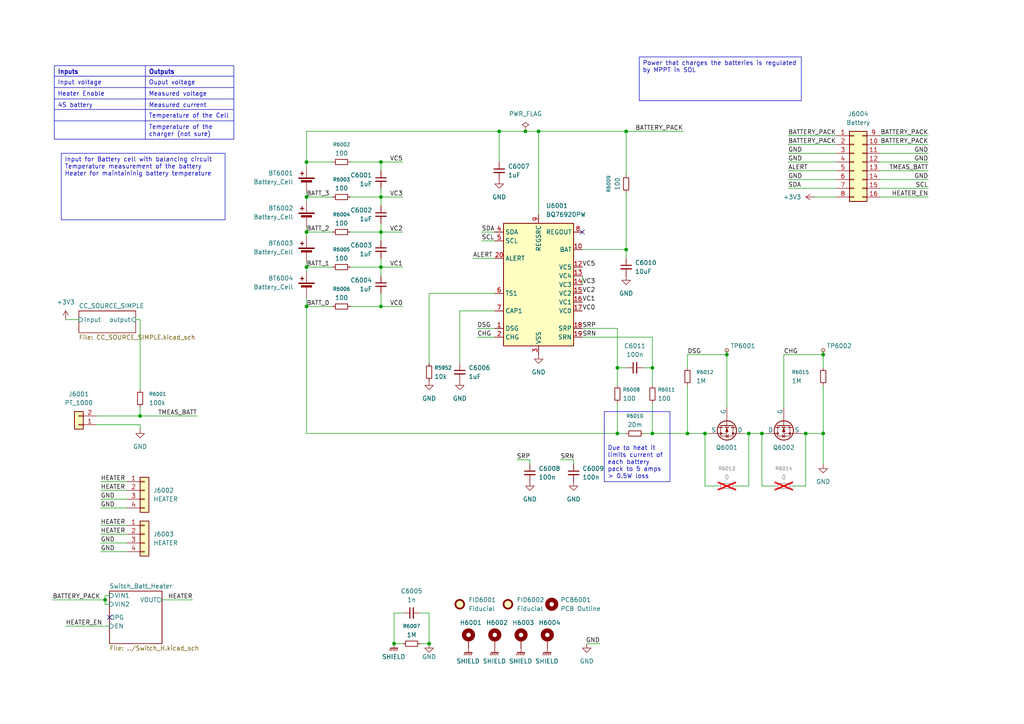
<source format=kicad_sch>
(kicad_sch (version 20250114) (generator "eeschema") (generator_version "9.0")
  (paper "A4")
  (lib_symbols
    (symbol "Battery_Management:BQ76920PW"
      (property "Reference" "U" (at -10.16 19.05 0))
      (property "Value" "BQ76920PW" (at 12.7 19.05 0))
      (symbol "BQ76920PW_0_1"
        (rectangle (start -10.16 17.78) (end 10.16 -17.78) (stroke (width 0.254)) (fill (type background)))
      )
      (symbol "BQ76920PW_1_0"
        (pin bidirectional line (at -12.7 7.62 0) (length 2.54) (name "ALERT") (number "20"))
        (pin passive line (at -12.7 -2.54 0) (length 2.54) (name "TS1") (number "6"))
        (pin passive line (at -12.7 -7.62 0) (length 2.54) (name "CAP1") (number "7"))
        (pin no_connect line (at -2.54 -17.78 90) (length 2.54) (hide yes) (name "NC") (number "11"))
        (pin power_in line (at 0 20.32 270) (length 2.54) (name "REGSRC") (number "9"))
        (pin power_out line (at 12.7 15.24 180) (length 2.54) (name "REGOUT") (number "8"))
        (pin input line (at 12.7 10.16 180) (length 2.54) (name "BAT") (number "10"))
        (pin input line (at 12.7 5.08 180) (length 2.54) (name "VC5") (number "12"))
        (pin input line (at 12.7 2.54 180) (length 2.54) (name "VC4") (number "13"))
        (pin input line (at 12.7 0 180) (length 2.54) (name "VC3") (number "14"))
        (pin input line (at 12.7 -2.54 180) (length 2.54) (name "VC2") (number "15"))
        (pin input line (at 12.7 -5.08 180) (length 2.54) (name "VC1") (number "16"))
        (pin input line (at 12.7 -7.62 180) (length 2.54) (name "VC0") (number "17"))
        (pin input line (at 12.7 -12.7 180) (length 2.54) (name "SRP") (number "18"))
        (pin input line (at 12.7 -15.24 180) (length 2.54) (name "SRN") (number "19"))
      )
      (symbol "BQ76920PW_1_1"
        (pin bidirectional line (at -12.7 15.24 0) (length 2.54) (name "SDA") (number "4"))
        (pin input line (at -12.7 12.7 0) (length 2.54) (name "SCL") (number "5"))
        (pin output line (at -12.7 -12.7 0) (length 2.54) (name "DSG") (number "1"))
        (pin output line (at -12.7 -15.24 0) (length 2.54) (name "CHG") (number "2"))
        (pin power_in line (at 0 -20.32 90) (length 2.54) (name "VSS") (number "3"))
      )
    )
    (symbol "Connector:TestPoint_Small" (pin_numbers (hide yes)) (pin_names (offset 0.762) (hide yes))
      (property "Reference" "TP" (at 0 3.81 0))
      (property "Value" "TestPoint_Small" (at 0 2.032 0))
      (symbol "TestPoint_Small_0_1"
        (circle (center 0 0) (radius 0.508))
      )
      (symbol "TestPoint_Small_1_1"
        (pin passive line (at 0 0 90) (length 0) (name "1") (number "1"))
      )
    )
    (symbol "Connector_Generic:Conn_01x02" (pin_names (offset 1.016) (hide yes))
      (property "Reference" "J" (at 0 2.54 0))
      (property "Value" "Conn_01x02" (at 0 -5.08 0))
      (symbol "Conn_01x02_1_1"
        (rectangle (start -1.27 1.27) (end 1.27 -3.81) (stroke (width 0.254)) (fill (type background)))
        (rectangle (start -1.27 0.127) (end 0 -0.127) (stroke (width 0.1524)))
        (rectangle (start -1.27 -2.413) (end 0 -2.667) (stroke (width 0.1524)))
        (pin passive line (at -5.08 0 0) (length 3.81) (name "Pin_1") (number "1"))
        (pin passive line (at -5.08 -2.54 0) (length 3.81) (name "Pin_2") (number "2"))
      )
    )
    (symbol "Connector_Generic:Conn_01x04" (pin_names (offset 1.016) (hide yes))
      (property "Reference" "J" (at 0 5.08 0))
      (property "Value" "Conn_01x04" (at 0 -7.62 0))
      (symbol "Conn_01x04_1_1"
        (rectangle (start -1.27 3.81) (end 1.27 -6.35) (stroke (width 0.254)) (fill (type background)))
        (rectangle (start -1.27 2.667) (end 0 2.413) (stroke (width 0.1524)))
        (rectangle (start -1.27 0.127) (end 0 -0.127) (stroke (width 0.1524)))
        (rectangle (start -1.27 -2.413) (end 0 -2.667) (stroke (width 0.1524)))
        (rectangle (start -1.27 -4.953) (end 0 -5.207) (stroke (width 0.1524)))
        (pin passive line (at -5.08 2.54 0) (length 3.81) (name "Pin_1") (number "1"))
        (pin passive line (at -5.08 0 0) (length 3.81) (name "Pin_2") (number "2"))
        (pin passive line (at -5.08 -2.54 0) (length 3.81) (name "Pin_3") (number "3"))
        (pin passive line (at -5.08 -5.08 0) (length 3.81) (name "Pin_4") (number "4"))
      )
    )
    (symbol "Connector_Generic:Conn_02x08_Top_Bottom" (pin_names (offset 1.016) (hide yes))
      (property "Reference" "J" (at 1.27 10.16 0))
      (property "Value" "Conn_02x08_Top_Bottom" (at 1.27 -12.7 0))
      (symbol "Conn_02x08_Top_Bottom_1_1"
        (rectangle (start -1.27 8.89) (end 3.81 -11.43) (stroke (width 0.254)) (fill (type background)))
        (rectangle (start -1.27 7.747) (end 0 7.493) (stroke (width 0.1524)))
        (rectangle (start -1.27 5.207) (end 0 4.953) (stroke (width 0.1524)))
        (rectangle (start -1.27 2.667) (end 0 2.413) (stroke (width 0.1524)))
        (rectangle (start -1.27 0.127) (end 0 -0.127) (stroke (width 0.1524)))
        (rectangle (start -1.27 -2.413) (end 0 -2.667) (stroke (width 0.1524)))
        (rectangle (start -1.27 -4.953) (end 0 -5.207) (stroke (width 0.1524)))
        (rectangle (start -1.27 -7.493) (end 0 -7.747) (stroke (width 0.1524)))
        (rectangle (start -1.27 -10.033) (end 0 -10.287) (stroke (width 0.1524)))
        (rectangle (start 3.81 7.747) (end 2.54 7.493) (stroke (width 0.1524)))
        (rectangle (start 3.81 5.207) (end 2.54 4.953) (stroke (width 0.1524)))
        (rectangle (start 3.81 2.667) (end 2.54 2.413) (stroke (width 0.1524)))
        (rectangle (start 3.81 0.127) (end 2.54 -0.127) (stroke (width 0.1524)))
        (rectangle (start 3.81 -2.413) (end 2.54 -2.667) (stroke (width 0.1524)))
        (rectangle (start 3.81 -4.953) (end 2.54 -5.207) (stroke (width 0.1524)))
        (rectangle (start 3.81 -7.493) (end 2.54 -7.747) (stroke (width 0.1524)))
        (rectangle (start 3.81 -10.033) (end 2.54 -10.287) (stroke (width 0.1524)))
        (pin passive line (at -5.08 7.62 0) (length 3.81) (name "Pin_1") (number "1"))
        (pin passive line (at -5.08 5.08 0) (length 3.81) (name "Pin_2") (number "2"))
        (pin passive line (at -5.08 2.54 0) (length 3.81) (name "Pin_3") (number "3"))
        (pin passive line (at -5.08 0 0) (length 3.81) (name "Pin_4") (number "4"))
        (pin passive line (at -5.08 -2.54 0) (length 3.81) (name "Pin_5") (number "5"))
        (pin passive line (at -5.08 -5.08 0) (length 3.81) (name "Pin_6") (number "6"))
        (pin passive line (at -5.08 -7.62 0) (length 3.81) (name "Pin_7") (number "7"))
        (pin passive line (at -5.08 -10.16 0) (length 3.81) (name "Pin_8") (number "8"))
        (pin passive line (at 7.62 7.62 180) (length 3.81) (name "Pin_9") (number "9"))
        (pin passive line (at 7.62 5.08 180) (length 3.81) (name "Pin_10") (number "10"))
        (pin passive line (at 7.62 2.54 180) (length 3.81) (name "Pin_11") (number "11"))
        (pin passive line (at 7.62 0 180) (length 3.81) (name "Pin_12") (number "12"))
        (pin passive line (at 7.62 -2.54 180) (length 3.81) (name "Pin_13") (number "13"))
        (pin passive line (at 7.62 -5.08 180) (length 3.81) (name "Pin_14") (number "14"))
        (pin passive line (at 7.62 -7.62 180) (length 3.81) (name "Pin_15") (number "15"))
        (pin passive line (at 7.62 -10.16 180) (length 3.81) (name "Pin_16") (number "16"))
      )
    )
    (symbol "Device:Battery_Cell" (pin_numbers (hide yes)) (pin_names (offset 0) (hide yes))
      (property "Reference" "BT" (at 2.54 2.54 0))
      (property "Value" "Battery_Cell" (at 2.54 0 0))
      (symbol "Battery_Cell_0_1"
        (rectangle (start -2.286 1.778) (end 2.286 1.524) (fill (type outline)))
        (rectangle (start -1.524 1.016) (end 1.524 0.508) (fill (type outline)))
        (polyline (pts (xy 0 1.778) (xy 0 2.54)))
        (polyline (pts (xy 0 0.762) (xy 0 0)))
        (polyline (pts (xy 0.762 3.048) (xy 1.778 3.048)) (stroke (width 0.254)))
        (polyline (pts (xy 1.27 3.556) (xy 1.27 2.54)) (stroke (width 0.254)))
      )
      (symbol "Battery_Cell_1_1"
        (pin passive line (at 0 5.08 270) (length 2.54) (name "+") (number "1"))
        (pin passive line (at 0 -2.54 90) (length 2.54) (name "-") (number "2"))
      )
    )
    (symbol "Device:C_Small" (pin_numbers (hide yes)) (pin_names (offset 0.254) (hide yes))
      (property "Reference" "C" (at 0.254 1.778 0))
      (property "Value" "C_Small" (at 0.254 -2.032 0))
      (symbol "C_Small_0_1"
        (polyline (pts (xy -1.524 0.508) (xy 1.524 0.508)) (stroke (width 0.3048)))
        (polyline (pts (xy -1.524 -0.508) (xy 1.524 -0.508)) (stroke (width 0.3302)))
      )
      (symbol "C_Small_1_1"
        (pin passive line (at 0 2.54 270) (length 2.032) (name "~") (number "1"))
        (pin passive line (at 0 -2.54 90) (length 2.032) (name "~") (number "2"))
      )
    )
    (symbol "Device:R_Small" (pin_numbers (hide yes)) (pin_names (offset 0.254) (hide yes))
      (property "Reference" "R" (at 0 0 90))
      (property "Value" "R_Small" (at 1.778 0 90))
      (symbol "R_Small_0_1"
        (rectangle (start -0.762 1.778) (end 0.762 -1.778) (stroke (width 0.2032)))
      )
      (symbol "R_Small_1_1"
        (pin passive line (at 0 2.54 270) (length 0.762) (name "~") (number "1"))
        (pin passive line (at 0 -2.54 90) (length 0.762) (name "~") (number "2"))
      )
    )
    (symbol "Mechanical:Fiducial" (in_bom no)
      (property "Reference" "FID" (at 0 5.08 0))
      (property "Value" "Fiducial" (at 0 3.175 0))
      (symbol "Fiducial_0_1"
        (circle (center 0 0) (radius 1.27) (stroke (width 0.508)) (fill (type background)))
      )
    )
    (symbol "Mechanical:MountingHole" (pin_names (offset 1.016)) (in_bom no)
      (property "Reference" "H" (at 0 5.08 0))
      (property "Value" "MountingHole" (at 0 3.175 0))
      (symbol "MountingHole_0_1"
        (circle (center 0 0) (radius 1.27) (stroke (width 1.27)))
      )
    )
    (symbol "Mechanical:MountingHole_Pad" (pin_numbers (hide yes)) (pin_names (offset 1.016) (hide yes)) (in_bom no)
      (property "Reference" "H" (at 0 6.35 0))
      (property "Value" "MountingHole_Pad" (at 0 4.445 0))
      (symbol "MountingHole_Pad_0_1"
        (circle (center 0 1.27) (radius 1.27) (stroke (width 1.27)))
      )
      (symbol "MountingHole_Pad_1_1"
        (pin input line (at 0 -2.54 90) (length 2.54) (name "1") (number "1"))
      )
    )
    (symbol "Simulation_SPICE:NMOS" (pin_numbers (hide yes)) (pin_names (offset 0))
      (property "Reference" "Q" (at 5.08 1.27 0))
      (property "Value" "NMOS" (at 5.08 -1.27 0))
      (symbol "NMOS_0_1"
        (polyline (pts (xy 0.254 1.905) (xy 0.254 -1.905)) (stroke (width 0.254)))
        (polyline (pts (xy 0.254 0) (xy -2.54 0)))
        (polyline (pts (xy 0.762 2.286) (xy 0.762 1.27)) (stroke (width 0.254)))
        (polyline (pts (xy 0.762 0.508) (xy 0.762 -0.508)) (stroke (width 0.254)))
        (polyline (pts (xy 0.762 -1.27) (xy 0.762 -2.286)) (stroke (width 0.254)))
        (polyline (pts (xy 0.762 -1.778) (xy 3.302 -1.778) (xy 3.302 1.778) (xy 0.762 1.778)))
        (polyline (pts (xy 1.016 0) (xy 2.032 0.381) (xy 2.032 -0.381) (xy 1.016 0)) (fill (type outline)))
        (circle (center 1.651 0) (radius 2.794) (stroke (width 0.254)))
        (polyline (pts (xy 2.54 2.54) (xy 2.54 1.778)))
        (circle (center 2.54 1.778) (radius 0.254) (fill (type outline)))
        (circle (center 2.54 -1.778) (radius 0.254) (fill (type outline)))
        (polyline (pts (xy 2.54 -2.54) (xy 2.54 0) (xy 0.762 0)))
        (polyline (pts (xy 2.794 0.508) (xy 2.921 0.381) (xy 3.683 0.381) (xy 3.81 0.254)))
        (polyline (pts (xy 3.302 0.381) (xy 2.921 -0.254) (xy 3.683 -0.254) (xy 3.302 0.381)))
      )
      (symbol "NMOS_1_1"
        (pin input line (at -5.08 0 0) (length 2.54) (name "G") (number "2"))
        (pin passive line (at 2.54 5.08 270) (length 2.54) (name "D") (number "1"))
        (pin passive line (at 2.54 -5.08 90) (length 2.54) (name "S") (number "3"))
      )
    )
    (symbol "power:+3V3" (power) (pin_numbers (hide yes)) (pin_names (offset 0) (hide yes))
      (property "Value" "+3V3" (at 0 3.556 0))
      (symbol "+3V3_0_1"
        (polyline (pts (xy -0.762 1.27) (xy 0 2.54)))
        (polyline (pts (xy 0 2.54) (xy 0.762 1.27)))
        (polyline (pts (xy 0 0) (xy 0 2.54)))
      )
      (symbol "+3V3_1_1"
        (pin power_in line (at 0 0 90) (length 0) (name "~") (number "1"))
      )
    )
    (symbol "power:GND" (power) (pin_numbers (hide yes)) (pin_names (offset 0) (hide yes))
      (property "Value" "GND" (at 0 -3.81 0))
      (symbol "GND_0_1"
        (polyline (pts (xy 0 0) (xy 0 -1.27) (xy 1.27 -1.27) (xy 0 -2.54) (xy -1.27 -1.27) (xy 0 -1.27)))
      )
      (symbol "GND_1_1"
        (pin power_in line (at 0 0 270) (length 0) (name "~") (number "1"))
      )
    )
    (symbol "power:GNDPWR" (power) (pin_numbers (hide yes)) (pin_names (offset 0) (hide yes))
      (property "Value" "GNDPWR" (at 0 -3.302 0))
      (symbol "GNDPWR_0_1"
        (polyline (pts (xy -1.016 -1.27) (xy -1.27 -2.032) (xy -1.27 -2.032)) (stroke (width 0.2032)))
        (polyline (pts (xy -0.508 -1.27) (xy -0.762 -2.032) (xy -0.762 -2.032)) (stroke (width 0.2032)))
        (polyline (pts (xy 0 -1.27) (xy 0 0)))
        (polyline (pts (xy 0 -1.27) (xy -0.254 -2.032) (xy -0.254 -2.032)) (stroke (width 0.2032)))
        (polyline (pts (xy 0.508 -1.27) (xy 0.254 -2.032) (xy 0.254 -2.032)) (stroke (width 0.2032)))
        (polyline (pts (xy 1.016 -1.27) (xy -1.016 -1.27) (xy -1.016 -1.27)) (stroke (width 0.2032)))
        (polyline (pts (xy 1.016 -1.27) (xy 0.762 -2.032) (xy 0.762 -2.032) (xy 0.762 -2.032)) (stroke (width 0.2032)))
      )
      (symbol "GNDPWR_1_1"
        (pin power_in line (at 0 0 270) (length 0) (name "~") (number "1"))
      )
    )
    (symbol "power:PWR_FLAG" (power) (pin_numbers (hide yes)) (pin_names (offset 0) (hide yes))
      (property "Value" "PWR_FLAG" (at 0 3.81 0))
      (symbol "PWR_FLAG_0_0"
        (pin power_out line (at 0 0 90) (length 0) (name "~") (number "1"))
      )
      (symbol "PWR_FLAG_0_1"
        (polyline (pts (xy 0 0) (xy 0 1.27) (xy -1.016 1.905) (xy 0 2.54) (xy 1.016 1.905) (xy 0 1.27)))
      )
    )
  )
  (text_box "Power that charges the batteries is regulated by MPPT in SOL" (at 185.42 16.51 0) (size 46.99 12.7) (margins 0.9525 0.9525 0.9525 0.9525) (effects (font (size 1.27 1.27)) (justify left top)))
  (text_box "Due to heat it limits current of each battery pack to 5 amps > 0.5W loss" (at 175.26 119.38 0) (size 19.05 20.32) (margins 0.9525 0.9525 0.9525 0.9525) (effects (font (size 1.27 1.27)) (justify left bottom)))
  (text_box "Input for Battery cell with balancing circuit\nTemperature measurement of the battery\nHeater for maintaininig battery temperature" (at 17.78 44.45 0) (size 47.498 19.304) (margins 0.9525 0.9525 0.9525 0.9525) (effects (font (size 1.27 1.27)) (justify left top)))
  (junction (at 110.49 67.31))
  (junction (at 210.82 102.87))
  (junction (at 30.48 173.99))
  (junction (at 179.07 125.73))
  (junction (at 189.23 106.68))
  (junction (at 156.21 38.1))
  (junction (at 88.9 67.31))
  (junction (at 238.76 102.87))
  (junction (at 220.98 125.73))
  (junction (at 88.9 46.99))
  (junction (at 110.49 57.15))
  (junction (at 181.61 72.39))
  (junction (at 110.49 88.9))
  (junction (at 189.23 125.73))
  (junction (at 88.9 57.15))
  (junction (at 110.49 77.47))
  (junction (at 181.61 38.1))
  (junction (at 233.68 125.73))
  (junction (at 179.07 106.68))
  (junction (at 199.39 125.73))
  (junction (at 124.46 186.69))
  (junction (at 110.49 46.99))
  (junction (at 114.3 186.69))
  (junction (at 88.9 88.9))
  (junction (at 238.76 125.73))
  (junction (at 217.17 125.73))
  (junction (at 40.64 120.65))
  (junction (at 152.4 38.1))
  (junction (at 204.47 125.73))
  (junction (at 88.9 77.47))
  (junction (at 144.78 38.1))
  (no_connect (at 31.75 179.07))
  (no_connect (at 168.91 67.31))
  (wire (pts (xy 29.21 147.32) (xy 36.83 147.32)))
  (wire (pts (xy 179.07 116.84) (xy 179.07 125.73)))
  (wire (pts (xy 199.39 102.87) (xy 210.82 102.87)))
  (wire (pts (xy 228.6 44.45) (xy 242.57 44.45)))
  (wire (pts (xy 179.07 95.25) (xy 168.91 95.25)))
  (wire (pts (xy 88.9 88.9) (xy 96.52 88.9)))
  (wire (pts (xy 88.9 77.47) (xy 88.9 76.2)))
  (wire (pts (xy 186.69 125.73) (xy 189.23 125.73)))
  (wire (pts (xy 116.84 77.47) (xy 110.49 77.47)))
  (wire (pts (xy 181.61 38.1) (xy 198.12 38.1)))
  (wire (pts (xy 179.07 106.68) (xy 181.61 106.68)))
  (wire (pts (xy 168.91 82.55) (xy 168.91 80.01)))
  (wire (pts (xy 29.21 139.7) (xy 36.83 139.7)))
  (wire (pts (xy 96.52 57.15) (xy 88.9 57.15)))
  (wire (pts (xy 110.49 74.93) (xy 110.49 77.47)))
  (wire (pts (xy 101.6 46.99) (xy 110.49 46.99)))
  (wire (pts (xy 88.9 125.73) (xy 179.07 125.73)))
  (wire (pts (xy 181.61 50.8) (xy 181.61 38.1)))
  (wire (pts (xy 121.92 186.69) (xy 124.46 186.69)))
  (wire (pts (xy 199.39 111.76) (xy 199.39 125.73)))
  (wire (pts (xy 110.49 77.47) (xy 101.6 77.47)))
  (wire (pts (xy 110.49 77.47) (xy 110.49 80.01)))
  (wire (pts (xy 217.17 125.73) (xy 215.9 125.73)))
  (wire (pts (xy 124.46 85.09) (xy 143.51 85.09)))
  (wire (pts (xy 186.69 106.68) (xy 189.23 106.68)))
  (wire (pts (xy 88.9 68.58) (xy 88.9 67.31)))
  (wire (pts (xy 88.9 46.99) (xy 88.9 48.26)))
  (wire (pts (xy 189.23 97.79) (xy 189.23 106.68)))
  (wire (pts (xy 133.35 90.17) (xy 143.51 90.17)))
  (wire (pts (xy 217.17 125.73) (xy 217.17 140.97)))
  (wire (pts (xy 124.46 177.8) (xy 124.46 186.69)))
  (wire (pts (xy 220.98 125.73) (xy 220.98 140.97)))
  (wire (pts (xy 29.21 144.78) (xy 36.83 144.78)))
  (wire (pts (xy 88.9 55.88) (xy 88.9 57.15)))
  (wire (pts (xy 255.27 52.07) (xy 269.24 52.07)))
  (wire (pts (xy 116.84 186.69) (xy 114.3 186.69)))
  (wire (pts (xy 236.22 57.15) (xy 242.57 57.15)))
  (wire (pts (xy 153.67 133.35) (xy 153.67 134.62)))
  (wire (pts (xy 238.76 111.76) (xy 238.76 125.73)))
  (wire (pts (xy 228.6 49.53) (xy 242.57 49.53)))
  (wire (pts (xy 96.52 77.47) (xy 88.9 77.47)))
  (wire (pts (xy 199.39 102.87) (xy 199.39 106.68)))
  (wire (pts (xy 181.61 55.88) (xy 181.61 72.39)))
  (wire (pts (xy 269.24 49.53) (xy 255.27 49.53)))
  (wire (pts (xy 29.21 152.4) (xy 36.83 152.4)))
  (wire (pts (xy 228.6 39.37) (xy 242.57 39.37)))
  (wire (pts (xy 179.07 95.25) (xy 179.07 106.68)))
  (wire (pts (xy 96.52 67.31) (xy 88.9 67.31)))
  (wire (pts (xy 269.24 57.15) (xy 255.27 57.15)))
  (wire (pts (xy 29.21 157.48) (xy 36.83 157.48)))
  (wire (pts (xy 116.84 46.99) (xy 110.49 46.99)))
  (wire (pts (xy 228.6 52.07) (xy 242.57 52.07)))
  (wire (pts (xy 110.49 85.09) (xy 110.49 88.9)))
  (wire (pts (xy 210.82 101.6) (xy 210.82 102.87)))
  (wire (pts (xy 168.91 72.39) (xy 181.61 72.39)))
  (wire (pts (xy 137.16 74.93) (xy 143.51 74.93)))
  (wire (pts (xy 204.47 140.97) (xy 208.28 140.97)))
  (wire (pts (xy 228.6 46.99) (xy 242.57 46.99)))
  (wire (pts (xy 227.33 102.87) (xy 238.76 102.87)))
  (wire (pts (xy 220.98 125.73) (xy 222.25 125.73)))
  (wire (pts (xy 139.7 69.85) (xy 143.51 69.85)))
  (wire (pts (xy 238.76 134.62) (xy 238.76 125.73)))
  (wire (pts (xy 29.21 160.02) (xy 36.83 160.02)))
  (wire (pts (xy 227.33 102.87) (xy 227.33 118.11)))
  (wire (pts (xy 114.3 177.8) (xy 114.3 186.69)))
  (wire (pts (xy 156.21 38.1) (xy 156.21 62.23)))
  (wire (pts (xy 229.87 140.97) (xy 233.68 140.97)))
  (wire (pts (xy 27.94 123.19) (xy 40.64 123.19)))
  (wire (pts (xy 189.23 116.84) (xy 189.23 125.73)))
  (wire (pts (xy 213.36 140.97) (xy 217.17 140.97)))
  (wire (pts (xy 228.6 54.61) (xy 242.57 54.61)))
  (wire (pts (xy 88.9 88.9) (xy 88.9 125.73)))
  (wire (pts (xy 233.68 125.73) (xy 233.68 140.97)))
  (wire (pts (xy 30.48 172.72) (xy 30.48 173.99)))
  (wire (pts (xy 101.6 88.9) (xy 110.49 88.9)))
  (wire (pts (xy 238.76 102.87) (xy 238.76 106.68)))
  (wire (pts (xy 210.82 102.87) (xy 210.82 118.11)))
  (wire (pts (xy 116.84 177.8) (xy 114.3 177.8)))
  (wire (pts (xy 162.56 133.35) (xy 166.37 133.35)))
  (wire (pts (xy 88.9 78.74) (xy 88.9 77.47)))
  (wire (pts (xy 110.49 64.77) (xy 110.49 67.31)))
  (wire (pts (xy 40.64 120.65) (xy 40.64 118.11)))
  (wire (pts (xy 27.94 120.65) (xy 40.64 120.65)))
  (wire (pts (xy 88.9 57.15) (xy 88.9 58.42)))
  (wire (pts (xy 189.23 111.76) (xy 189.23 106.68)))
  (wire (pts (xy 40.64 92.71) (xy 40.64 113.03)))
  (wire (pts (xy 144.78 38.1) (xy 152.4 38.1)))
  (wire (pts (xy 166.37 133.35) (xy 166.37 134.62)))
  (wire (pts (xy 116.84 67.31) (xy 110.49 67.31)))
  (wire (pts (xy 199.39 125.73) (xy 204.47 125.73)))
  (wire (pts (xy 133.35 90.17) (xy 133.35 105.41)))
  (wire (pts (xy 217.17 125.73) (xy 220.98 125.73)))
  (wire (pts (xy 110.49 67.31) (xy 101.6 67.31)))
  (wire (pts (xy 152.4 38.1) (xy 156.21 38.1)))
  (wire (pts (xy 255.27 46.99) (xy 269.24 46.99)))
  (wire (pts (xy 15.24 173.99) (xy 30.48 173.99)))
  (wire (pts (xy 121.92 177.8) (xy 124.46 177.8)))
  (wire (pts (xy 179.07 125.73) (xy 181.61 125.73)))
  (wire (pts (xy 29.21 142.24) (xy 36.83 142.24)))
  (wire (pts (xy 116.84 88.9) (xy 110.49 88.9)))
  (wire (pts (xy 88.9 38.1) (xy 88.9 46.99)))
  (wire (pts (xy 139.7 67.31) (xy 143.51 67.31)))
  (wire (pts (xy 88.9 86.36) (xy 88.9 88.9)))
  (wire (pts (xy 39.37 92.71) (xy 40.64 92.71)))
  (wire (pts (xy 110.49 57.15) (xy 110.49 59.69)))
  (wire (pts (xy 220.98 140.97) (xy 224.79 140.97)))
  (wire (pts (xy 110.49 46.99) (xy 110.49 49.53)))
  (wire (pts (xy 88.9 38.1) (xy 144.78 38.1)))
  (wire (pts (xy 204.47 125.73) (xy 205.74 125.73)))
  (wire (pts (xy 116.84 57.15) (xy 110.49 57.15)))
  (wire (pts (xy 88.9 67.31) (xy 88.9 66.04)))
  (wire (pts (xy 40.64 120.65) (xy 57.15 120.65)))
  (wire (pts (xy 31.75 172.72) (xy 30.48 172.72)))
  (wire (pts (xy 144.78 38.1) (xy 144.78 46.99)))
  (wire (pts (xy 181.61 72.39) (xy 181.61 74.93)))
  (wire (pts (xy 19.05 92.71) (xy 22.86 92.71)))
  (wire (pts (xy 238.76 101.6) (xy 238.76 102.87)))
  (wire (pts (xy 30.48 173.99) (xy 30.48 175.26)))
  (wire (pts (xy 46.99 173.99) (xy 55.88 173.99)))
  (wire (pts (xy 204.47 125.73) (xy 204.47 140.97)))
  (wire (pts (xy 149.86 133.35) (xy 153.67 133.35)))
  (wire (pts (xy 156.21 38.1) (xy 181.61 38.1)))
  (wire (pts (xy 189.23 125.73) (xy 199.39 125.73)))
  (wire (pts (xy 124.46 85.09) (xy 124.46 105.41)))
  (wire (pts (xy 40.64 123.19) (xy 40.64 124.46)))
  (wire (pts (xy 228.6 41.91) (xy 242.57 41.91)))
  (wire (pts (xy 110.49 57.15) (xy 101.6 57.15)))
  (wire (pts (xy 88.9 46.99) (xy 96.52 46.99)))
  (wire (pts (xy 255.27 44.45) (xy 269.24 44.45)))
  (wire (pts (xy 232.41 125.73) (xy 233.68 125.73)))
  (wire (pts (xy 269.24 41.91) (xy 255.27 41.91)))
  (wire (pts (xy 138.43 95.25) (xy 143.51 95.25)))
  (wire (pts (xy 110.49 54.61) (xy 110.49 57.15)))
  (wire (pts (xy 189.23 97.79) (xy 168.91 97.79)))
  (wire (pts (xy 173.99 186.69) (xy 170.18 186.69)))
  (wire (pts (xy 110.49 67.31) (xy 110.49 69.85)))
  (wire (pts (xy 233.68 125.73) (xy 238.76 125.73)))
  (wire (pts (xy 19.05 181.61) (xy 31.75 181.61)))
  (wire (pts (xy 138.43 97.79) (xy 143.51 97.79)))
  (wire (pts (xy 269.24 39.37) (xy 255.27 39.37)))
  (wire (pts (xy 179.07 111.76) (xy 179.07 106.68)))
  (wire (pts (xy 29.21 154.94) (xy 36.83 154.94)))
  (wire (pts (xy 30.48 175.26) (xy 31.75 175.26)))
  (wire (pts (xy 269.24 54.61) (xy 255.27 54.61)))
  (table (column_count 2) (border (external yes) (header yes)) (separators (rows yes) (cols yes)) (column_widths 26.416 25.654) (row_heights 3.048 3.302 3.302 3.048 3.302 5.334) (cells (table_cell "Inputs" (at 15.748 19.05 0) (size 26.416 3.048) (margins 0.9525 0.9525 0.9525 0.9525) (span 1 1)) (table_cell "Outputs" (at 42.164 19.05 0) (size 25.654 3.048) (margins 0.9525 0.9525 0.9525 0.9525) (span 1 1)) (table_cell "Input voltage" (at 15.748 22.098 0) (size 26.416 3.302) (margins 0.9525 0.9525 0.9525 0.9525) (span 1 1)) (table_cell "Ouput voltage" (at 42.164 22.098 0) (size 25.654 3.302) (margins 0.9525 0.9525 0.9525 0.9525) (span 1 1)) (table_cell "Heater Enable" (at 15.748 25.4 0) (size 26.416 3.302) (margins 0.9525 0.9525 0.9525 0.9525) (span 1 1)) (table_cell "Measured voltage" (at 42.164 25.4 0) (size 25.654 3.302) (margins 0.9525 0.9525 0.9525 0.9525) (span 1 1)) (table_cell "4S battery" (at 15.748 28.702 0) (size 26.416 3.048) (margins 1 0.9525 1 0.9525) (span 1 1)) (table_cell "Measured current" (at 42.164 28.702 0) (size 25.654 3.048) (margins 0.9525 0.9525 0.9525 0.9525) (span 1 1)) (table_cell "" (at 15.748 31.75 0) (size 26.416 3.302) (margins 0.9525 0.9525 0.9525 0.9525) (span 1 1)) (table_cell "Temperature of the Cell" (at 42.164 31.75 0) (size 25.654 3.302) (margins 0.9525 0.9525 0.9525 0.9525) (span 1 1)) (table_cell "" (at 15.748 35.052 0) (size 26.416 5.334) (margins 0.9525 0.9525 0.9525 0.9525) (span 1 1)) (table_cell "Temperature of the charger (not sure)" (at 42.164 35.052 0) (size 25.654 5.334) (margins 0.9525 0.9525 0.9525 0.9525) (span 1 1))))
  (label "GND" (at 29.21 147.32 0))
  (label "SDA" (at 228.6 54.61 0) (property "Netclass" "I2C" (effects (hide yes))))
  (label "BATTERY_PACK" (at 198.12 38.1 180))
  (label "SCL" (at 269.24 54.61 180) (property "Netclass" "I2C" (effects (hide yes))))
  (label "VC1" (at 116.84 77.47 180))
  (label "GND" (at 228.6 44.45 0))
  (label "HEATER_EN" (at 269.24 57.15 180))
  (label "BATT_1" (at 88.9 77.47 0))
  (label "SCL" (at 139.7 69.85 0) (property "Netclass" "I2C" (effects (hide yes))))
  (label "SRN" (at 168.91 97.79 0))
  (label "HEATER" (at 29.21 154.94 0))
  (label "DSG" (at 199.39 102.87 0))
  (label "GND" (at 269.24 44.45 180))
  (label "VC3" (at 116.84 57.15 180))
  (label "GND" (at 228.6 52.07 0))
  (label "HEATER" (at 29.21 139.7 0))
  (label "BATTERY_PACK" (at 269.24 41.91 180))
  (label "VC0" (at 168.91 90.17 0))
  (label "CHG" (at 227.33 102.87 0))
  (label "VC5" (at 168.91 77.47 0))
  (label "GND" (at 29.21 144.78 0))
  (label "VC0" (at 116.84 88.9 180))
  (label "HEATER_EN" (at 19.05 181.61 0))
  (label "VC2" (at 116.84 67.31 180))
  (label "HEATER" (at 29.21 152.4 0))
  (label "VC2" (at 168.91 85.09 0))
  (label "ALERT" (at 228.6 49.53 0))
  (label "BATT_0" (at 88.9 88.9 0))
  (label "BATTERY_PACK" (at 228.6 39.37 0))
  (label "VC5" (at 116.84 46.99 180))
  (label "BATTERY_PACK" (at 15.24 173.99 0))
  (label "BATT_3" (at 88.9 57.15 0))
  (label "BATT_2" (at 88.9 67.31 0))
  (label "SRN" (at 162.56 133.35 0))
  (label "GND" (at 173.99 186.69 180))
  (label "HEATER" (at 29.21 142.24 0))
  (label "VC1" (at 168.91 87.63 0))
  (label "GND" (at 29.21 160.02 0))
  (label "DSG" (at 138.43 95.25 0))
  (label "TMEAS_BATT" (at 269.24 49.53 180))
  (label "BATTERY_PACK" (at 269.24 39.37 180))
  (label "SRP" (at 149.86 133.35 0))
  (label "TMEAS_BATT" (at 57.15 120.65 180))
  (label "GND" (at 269.24 52.07 180))
  (label "GND" (at 29.21 157.48 0))
  (label "GND" (at 269.24 46.99 180))
  (label "VC3" (at 168.91 82.55 0))
  (label "SRP" (at 168.91 95.25 0))
  (label "GND" (at 228.6 46.99 0))
  (label "BATTERY_PACK" (at 228.6 41.91 0))
  (label "HEATER" (at 55.88 173.99 180))
  (label "SDA" (at 139.7 67.31 0) (property "Netclass" "I2C" (effects (hide yes))))
  (label "CHG" (at 138.43 97.79 0))
  (label "ALERT" (at 137.16 74.93 0))
  (symbol (lib_id "Connector:TestPoint_Small") (at 238.76 101.6 0) (unit 1)
    (property "Reference" "TP6002" (at 239.776 100.3299 0) (effects (justify left)))
    (property "Footprint" "TestPoint:TestPoint_Pad_1.0x1.0mm" (effects (hide yes)))
  )
  (symbol (lib_id "Device:R_Small") (at 199.39 109.22 0) (unit 1)
    (property "Reference" "R6012" (at 201.93 107.9499 0) (effects (font (size 1.016 1.016)) (justify left)))
    (property "Value" "1M" (at 201.93 110.4899 0) (effects (justify left)))
    (property "Footprint" "Resistor_SMD:R_0603_1608Metric_Pad0.98x0.95mm_HandSolder" (effects (hide yes)))
    (property "Description" "Resistor, small symbol" (effects (hide yes)))
  )
  (symbol (lib_id "Mechanical:Fiducial") (at 147.32 175.26 0) (unit 1) (in_bom no)
    (property "Reference" "FID6002" (at 149.86 173.9899 0) (effects (justify left)))
    (property "Value" "Fiducial" (at 149.86 176.5299 0) (effects (justify left)))
    (property "Footprint" "Fiducial:Fiducial_1mm_Mask2mm" (effects (hide yes)))
    (property "Description" "Fiducial Marker" (effects (hide yes)))
  )
  (symbol (lib_id "Connector_Generic:Conn_01x04") (at 41.91 142.24 0) (unit 1)
    (property "Reference" "J6002" (at 44.45 142.2399 0) (effects (justify left)))
    (property "Value" "HEATER" (at 44.45 144.7799 0) (effects (justify left)))
    (property "Footprint" "Connector_Molex:Molex_CLIK-Mate_502494-0470_1x04-1MP_P2.00mm_Horizontal" (effects (hide yes)))
    (property "Description" "Generic connector, single row, 01x04, script generated (kicad-library-utils/schlib/autogen/connector/)" (effects (hide yes)))
  )
  (symbol (lib_id "Device:C_Small") (at 133.35 107.95 0) (unit 1)
    (property "Reference" "C6006" (at 135.89 106.6862 0) (effects (justify left)))
    (property "Value" "1uF" (at 135.89 109.2262 0) (effects (justify left)))
    (property "Footprint" "Capacitor_SMD:C_0603_1608Metric_Pad1.08x0.95mm_HandSolder" (effects (hide yes)))
    (property "Description" "Unpolarized capacitor, small symbol" (effects (hide yes)))
  )
  (symbol (lib_id "power:GND") (at 166.37 139.7 0) (unit 1)
    (property "Reference" "#PWR06013" (effects (hide yes)))
    (property "Value" "GND" (at 166.37 144.78 0))
    (property "Description" "Power symbol creates a global label with name \"GND\" , ground" (effects (hide yes)))
  )
  (symbol (lib_id "Device:R_Small") (at 189.23 114.3 0) (unit 1)
    (property "Reference" "R6011" (at 190.754 113.03 0) (effects (font (size 1.016 1.016)) (justify left)))
    (property "Value" "100" (at 190.754 115.57 0) (effects (justify left)))
    (property "Footprint" "Resistor_SMD:R_0603_1608Metric_Pad0.98x0.95mm_HandSolder" (effects (hide yes)))
    (property "Description" "Resistor, small symbol" (effects (hide yes)))
  )
  (symbol (lib_id "Device:R_Small") (at 99.06 77.47 90) (mirror x) (unit 1)
    (property "Reference" "R6005" (at 99.06 72.39 90) (effects (font (size 1.016 1.016))))
    (property "Value" "100" (at 99.06 74.93 90))
    (property "Footprint" "Resistor_SMD:R_0603_1608Metric_Pad0.98x0.95mm_HandSolder" (effects (hide yes)))
    (property "Description" "Resistor, small symbol" (effects (hide yes)))
  )
  (symbol (lib_id "power:GND") (at 40.64 124.46 0) (unit 1)
    (property "Reference" "#PWR06001" (effects (hide yes)))
    (property "Value" "GND" (at 40.64 129.54 0))
    (property "Description" "Power symbol creates a global label with name \"GND\" , ground" (effects (hide yes)))
  )
  (symbol (lib_id "Device:R_Small") (at 124.46 107.95 180) (unit 1)
    (property "Reference" "R5952" (at 125.984 106.68 0) (effects (font (size 1.016 1.016)) (justify right)))
    (property "Value" "10k" (at 125.984 109.22 0) (effects (justify right)))
    (property "Footprint" "Resistor_SMD:R_0603_1608Metric_Pad0.98x0.95mm_HandSolder" (effects (hide yes)))
    (property "Description" "Resistor, small symbol" (effects (hide yes)))
  )
  (symbol (lib_id "power:GND") (at 238.76 134.62 0) (unit 1)
    (property "Reference" "#PWR06016" (effects (hide yes)))
    (property "Value" "GND" (at 238.76 139.7 0))
    (property "Description" "Power symbol creates a global label with name \"GND\" , ground" (effects (hide yes)))
  )
  (symbol (lib_id "Simulation_SPICE:NMOS") (at 210.82 123.19 270) (unit 1)
    (property "Reference" "Q6001" (at 210.82 129.794 90))
    (property "Value" "NVTFWS4D9N04XMTAG" (effects (hide yes)))
    (property "Footprint" "Outlines:NVTFS5116PLTWG" (effects (hide yes)))
    (property "Datasheet" "https://ngspice.sourceforge.io/docs/ngspice-html-manual/manual.xhtml#cha_MOSFETs" (effects (hide yes)))
    (property "Description" "N-MOSFET transistor, drain/source/gate" (effects (hide yes)))
    (property "Sim.Device" "NMOS" (effects (hide yes)))
    (property "Sim.Type" "VDMOS" (effects (hide yes)))
    (property "Sim.Pins" "1=D 2=G 3=S" (effects (hide yes)))
  )
  (symbol (lib_id "Device:C_Small") (at 110.49 52.07 0) (mirror y) (unit 1)
    (property "Reference" "C6001" (at 107.95 50.8062 0) (effects (justify left)))
    (property "Value" "1uF" (at 107.95 53.3462 0) (effects (justify left)))
    (property "Footprint" "Capacitor_SMD:C_0603_1608Metric_Pad1.08x0.95mm_HandSolder" (effects (hide yes)))
    (property "Description" "Unpolarized capacitor, small symbol" (effects (hide yes)))
  )
  (symbol (lib_id "Device:Battery_Cell") (at 88.9 73.66 0) (mirror y) (unit 1)
    (property "Reference" "BT6003" (at 85.09 70.5484 0) (effects (justify left)))
    (property "Value" "Battery_Cell" (at 85.09 73.0884 0) (effects (justify left)))
    (property "Footprint" "Connector_PinSocket_2.54mm:PinSocket_1x02_P2.54mm_Vertical" (effects (hide yes)))
    (property "Description" "Single-cell battery" (effects (hide yes)))
  )
  (symbol (lib_id "power:+3V3") (at 236.22 57.15 90) (unit 1)
    (property "Reference" "#PWR06017" (effects (hide yes)))
    (property "Value" "+3V3" (at 232.41 57.1499 90) (effects (justify left)))
    (property "Description" "Power symbol creates a global label with name \"+3V3\"" (effects (hide yes)))
  )
  (symbol (lib_id "Device:R_Small") (at 184.15 125.73 90) (unit 1)
    (property "Reference" "R6010" (at 184.15 120.65 90) (effects (font (size 1.016 1.016))))
    (property "Value" "20m" (at 184.15 123.19 90))
    (property "Footprint" "Resistor_SMD:R_1210_3225Metric_Pad1.30x2.65mm_HandSolder" (effects (hide yes)))
    (property "Description" "Resistor, small symbol" (effects (hide yes)))
  )
  (symbol (lib_id "Device:Battery_Cell") (at 88.9 53.34 0) (mirror y) (unit 1)
    (property "Reference" "BT6001" (at 85.09 50.2284 0) (effects (justify left)))
    (property "Value" "Battery_Cell" (at 85.09 52.7684 0) (effects (justify left)))
    (property "Footprint" "Connector_PinSocket_2.54mm:PinSocket_1x02_P2.54mm_Vertical" (effects (hide yes)))
    (property "Description" "Single-cell battery" (effects (hide yes)))
  )
  (symbol (lib_id "Device:C_Small") (at 110.49 72.39 0) (mirror y) (unit 1)
    (property "Reference" "C6003" (at 107.95 71.1262 0) (effects (justify left)))
    (property "Value" "1uF" (at 107.95 73.6662 0) (effects (justify left)))
    (property "Footprint" "Capacitor_SMD:C_0603_1608Metric_Pad1.08x0.95mm_HandSolder" (effects (hide yes)))
    (property "Description" "Unpolarized capacitor, small symbol" (effects (hide yes)))
  )
  (symbol (lib_id "Device:C_Small") (at 153.67 137.16 0) (unit 1)
    (property "Reference" "C6008" (at 156.21 135.8962 0) (effects (justify left)))
    (property "Value" "100n" (at 156.21 138.4362 0) (effects (justify left)))
    (property "Footprint" "Capacitor_SMD:C_0603_1608Metric_Pad1.08x0.95mm_HandSolder" (effects (hide yes)))
    (property "Description" "Unpolarized capacitor, small symbol" (effects (hide yes)))
  )
  (symbol (lib_id "Mechanical:MountingHole_Pad") (at 135.89 185.42 0) (unit 1)
    (property "Reference" "H6001" (at 133.35 180.594 0) (effects (justify left)))
    (property "Value" "MountingHole" (effects (hide yes)))
    (property "Footprint" "MountingHole:MountingHole_3.2mm_M3_Pad_TopBottom" (effects (hide yes)))
    (property "Description" "Mounting Hole with connection" (effects (hide yes)))
  )
  (symbol (lib_id "power:GND") (at 144.78 52.07 0) (unit 1)
    (property "Reference" "#PWR06008" (effects (hide yes)))
    (property "Value" "GND" (at 144.78 57.15 0))
    (property "Description" "Power symbol creates a global label with name \"GND\" , ground" (effects (hide yes)))
  )
  (symbol (lib_id "Device:C_Small") (at 144.78 49.53 0) (unit 1)
    (property "Reference" "C6007" (at 147.32 48.2662 0) (effects (justify left)))
    (property "Value" "1uF" (at 147.32 50.8062 0) (effects (justify left)))
    (property "Footprint" "Capacitor_SMD:C_0603_1608Metric_Pad1.08x0.95mm_HandSolder" (effects (hide yes)))
    (property "Description" "Unpolarized capacitor, small symbol" (effects (hide yes)))
  )
  (symbol (lib_id "Connector:TestPoint_Small") (at 210.82 101.6 0) (unit 1)
    (property "Reference" "TP6001" (at 211.836 100.3299 0) (effects (justify left)))
    (property "Footprint" "TestPoint:TestPoint_Pad_1.0x1.0mm" (effects (hide yes)))
  )
  (symbol (lib_id "Device:R_Small") (at 99.06 57.15 90) (mirror x) (unit 1)
    (property "Reference" "R6003" (at 99.06 52.07 90) (effects (font (size 1.016 1.016))))
    (property "Value" "100" (at 99.06 54.61 90))
    (property "Footprint" "Resistor_SMD:R_0603_1608Metric_Pad0.98x0.95mm_HandSolder" (effects (hide yes)))
    (property "Description" "Resistor, small symbol" (effects (hide yes)))
  )
  (symbol (lib_id "Device:R_Small") (at 99.06 67.31 90) (mirror x) (unit 1)
    (property "Reference" "R6004" (at 99.06 62.23 90) (effects (font (size 1.016 1.016))))
    (property "Value" "100" (at 99.06 64.77 90))
    (property "Footprint" "Resistor_SMD:R_0603_1608Metric_Pad0.98x0.95mm_HandSolder" (effects (hide yes)))
    (property "Description" "Resistor, small symbol" (effects (hide yes)))
  )
  (symbol (lib_id "power:GNDPWR") (at 143.51 187.96 0) (unit 1)
    (property "Reference" "#PWR06007" (effects (hide yes)))
    (property "Value" "SHIELD" (at 143.383 191.77 0))
    (property "Description" "Power symbol creates a global label with name \"GNDPWR\" , global ground" (effects (hide yes)))
  )
  (symbol (lib_id "Device:C_Small") (at 166.37 137.16 0) (unit 1)
    (property "Reference" "C6009" (at 168.91 135.8962 0) (effects (justify left)))
    (property "Value" "100n" (at 168.91 138.4362 0) (effects (justify left)))
    (property "Footprint" "Capacitor_SMD:C_0603_1608Metric_Pad1.08x0.95mm_HandSolder" (effects (hide yes)))
    (property "Description" "Unpolarized capacitor, small symbol" (effects (hide yes)))
  )
  (symbol (lib_id "power:GNDPWR") (at 114.3 186.69 0) (unit 1)
    (property "Reference" "#PWR06002" (effects (hide yes)))
    (property "Value" "SHIELD" (at 114.173 190.5 0))
    (property "Description" "Power symbol creates a global label with name \"GNDPWR\" , global ground" (effects (hide yes)))
  )
  (symbol (lib_id "Connector_Generic:Conn_01x02") (at 22.86 123.19 180) (unit 1)
    (property "Reference" "J6001" (at 22.86 114.3 0))
    (property "Value" "PT_1000" (at 22.86 116.84 0))
    (property "Footprint" "Connector_PinSocket_2.54mm:PinSocket_1x02_P2.54mm_Vertical" (effects (hide yes)))
    (property "Description" "Generic connector, single row, 01x02, script generated (kicad-library-utils/schlib/autogen/connector/)" (effects (hide yes)))
  )
  (symbol (lib_id "Device:C_Small") (at 119.38 177.8 90) (unit 1)
    (property "Reference" "C6005" (at 119.3863 171.45 90))
    (property "Value" "1n" (at 119.3863 173.99 90))
    (property "Footprint" "Capacitor_SMD:C_0805_2012Metric_Pad1.18x1.45mm_HandSolder" (effects (hide yes)))
    (property "Description" "Unpolarized capacitor, small symbol" (effects (hide yes)))
  )
  (symbol (lib_id "power:GND") (at 153.67 139.7 0) (unit 1)
    (property "Reference" "#PWR06010" (effects (hide yes)))
    (property "Value" "GND" (at 153.67 144.78 0))
    (property "Description" "Power symbol creates a global label with name \"GND\" , ground" (effects (hide yes)))
  )
  (symbol (lib_id "power:+3V3") (at 19.05 92.71 0) (unit 1)
    (property "Reference" "#PWR05922" (effects (hide yes)))
    (property "Value" "+3V3" (at 19.05 87.63 0))
    (property "Description" "Power symbol creates a global label with name \"+3V3\"" (effects (hide yes)))
  )
  (symbol (lib_id "power:GND") (at 156.21 102.87 0) (unit 1)
    (property "Reference" "#PWR06011" (effects (hide yes)))
    (property "Value" "GND" (at 156.21 107.95 0))
    (property "Description" "Power symbol creates a global label with name \"GND\" , ground" (effects (hide yes)))
  )
  (symbol (lib_id "Simulation_SPICE:NMOS") (at 227.33 123.19 90) (mirror x) (unit 1)
    (property "Reference" "Q6002" (at 227.33 129.794 90))
    (property "Value" "NVTFWS4D9N04XMTAG" (effects (hide yes)))
    (property "Footprint" "Outlines:NVTFS5116PLTWG" (effects (hide yes)))
    (property "Datasheet" "https://ngspice.sourceforge.io/docs/ngspice-html-manual/manual.xhtml#cha_MOSFETs" (effects (hide yes)))
    (property "Description" "N-MOSFET transistor, drain/source/gate" (effects (hide yes)))
    (property "Sim.Device" "NMOS" (effects (hide yes)))
    (property "Sim.Type" "VDMOS" (effects (hide yes)))
    (property "Sim.Pins" "1=D 2=G 3=S" (effects (hide yes)))
  )
  (symbol (lib_id "Device:R_Small") (at 227.33 140.97 90) (unit 1) (dnp yes)
    (property "Reference" "R6014" (at 227.33 135.89 90) (effects (font (size 1.016 1.016))))
    (property "Value" "0" (at 227.33 138.43 90))
    (property "Footprint" "Resistor_SMD:R_1210_3225Metric_Pad1.30x2.65mm_HandSolder" (effects (hide yes)))
    (property "Description" "Resistor, small symbol" (effects (hide yes)))
  )
  (symbol (lib_id "Device:R_Small") (at 181.61 53.34 0) (unit 1)
    (property "Reference" "R6009" (at 176.53 53.34 90) (effects (font (size 1.016 1.016))))
    (property "Value" "100" (at 179.07 53.34 90))
    (property "Footprint" "Resistor_SMD:R_0603_1608Metric_Pad0.98x0.95mm_HandSolder" (effects (hide yes)))
    (property "Description" "Resistor, small symbol" (effects (hide yes)))
  )
  (symbol (lib_id "Mechanical:Fiducial") (at 133.35 175.26 0) (unit 1) (in_bom no)
    (property "Reference" "FID6001" (at 135.89 173.9899 0) (effects (justify left)))
    (property "Value" "Fiducial" (at 135.89 176.5299 0) (effects (justify left)))
    (property "Footprint" "Fiducial:Fiducial_1mm_Mask2mm" (effects (hide yes)))
    (property "Description" "Fiducial Marker" (effects (hide yes)))
  )
  (symbol (lib_id "Mechanical:MountingHole_Pad") (at 143.51 185.42 0) (unit 1)
    (property "Reference" "H6002" (at 140.97 180.594 0) (effects (justify left)))
    (property "Value" "MountingHole" (effects (hide yes)))
    (property "Footprint" "MountingHole:MountingHole_3.2mm_M3_Pad_TopBottom" (effects (hide yes)))
    (property "Description" "Mounting Hole with connection" (effects (hide yes)))
  )
  (symbol (lib_id "Device:R_Small") (at 238.76 109.22 0) (unit 1)
    (property "Reference" "R6015" (at 229.616 107.95 0) (effects (font (size 1.016 1.016)) (justify left)))
    (property "Value" "1M" (at 229.616 110.49 0) (effects (justify left)))
    (property "Footprint" "Resistor_SMD:R_0603_1608Metric_Pad0.98x0.95mm_HandSolder" (effects (hide yes)))
    (property "Description" "Resistor, small symbol" (effects (hide yes)))
  )
  (symbol (lib_id "power:GND") (at 170.18 186.69 0) (unit 1)
    (property "Reference" "#PWR06014" (effects (hide yes)))
    (property "Value" "GND" (at 170.18 191.77 0))
    (property "Description" "Power symbol creates a global label with name \"GND\" , ground" (effects (hide yes)))
  )
  (symbol (lib_id "Mechanical:MountingHole_Pad") (at 158.75 185.42 0) (unit 1)
    (property "Reference" "H6004" (at 156.21 180.594 0) (effects (justify left)))
    (property "Value" "MountingHole" (effects (hide yes)))
    (property "Footprint" "MountingHole:MountingHole_3.2mm_M3_Pad_TopBottom" (effects (hide yes)))
    (property "Description" "Mounting Hole with connection" (effects (hide yes)))
  )
  (symbol (lib_id "power:GNDPWR") (at 135.89 187.96 0) (unit 1)
    (property "Reference" "#PWR06006" (effects (hide yes)))
    (property "Value" "SHIELD" (at 135.763 191.77 0))
    (property "Description" "Power symbol creates a global label with name \"GNDPWR\" , global ground" (effects (hide yes)))
  )
  (symbol (lib_id "Mechanical:MountingHole") (at 160.02 175.26 0) (unit 1) (in_bom no)
    (property "Reference" "PCB6001" (at 162.56 173.9899 0) (effects (justify left)))
    (property "Value" "PCB Outline" (at 162.56 176.5299 0) (effects (justify left)))
    (property "Footprint" "Outlines:SPACEMANIC_V1c" (effects (hide yes)))
    (property "Datasheet" "https://gitlab.com/spacemanic-public/uss-module/-/blob/master/HW/V1c/USS-Module_V1c_draw.pdf?ref_type=heads" (effects (hide yes)))
    (property "Description" "Mounting Hole without connection" (effects (hide yes)))
  )
  (symbol (lib_id "Device:R_Small") (at 99.06 88.9 90) (mirror x) (unit 1)
    (property "Reference" "R6006" (at 99.06 83.82 90) (effects (font (size 1.016 1.016))))
    (property "Value" "100" (at 99.06 86.36 90))
    (property "Footprint" "Resistor_SMD:R_0603_1608Metric_Pad0.98x0.95mm_HandSolder" (effects (hide yes)))
    (property "Description" "Resistor, small symbol" (effects (hide yes)))
  )
  (symbol (lib_id "Mechanical:MountingHole_Pad") (at 151.13 185.42 0) (unit 1)
    (property "Reference" "H6003" (at 148.59 180.594 0) (effects (justify left)))
    (property "Value" "MountingHole" (effects (hide yes)))
    (property "Footprint" "MountingHole:MountingHole_3.2mm_M3_Pad_TopBottom" (effects (hide yes)))
    (property "Description" "Mounting Hole with connection" (effects (hide yes)))
  )
  (symbol (lib_id "power:GND") (at 124.46 186.69 0) (unit 1)
    (property "Reference" "#PWR06004" (effects (hide yes)))
    (property "Value" "GND" (at 124.46 190.5 0))
    (property "Description" "Power symbol creates a global label with name \"GND\" , ground" (effects (hide yes)))
  )
  (symbol (lib_id "Device:Battery_Cell") (at 88.9 83.82 0) (mirror y) (unit 1)
    (property "Reference" "BT6004" (at 85.09 80.7084 0) (effects (justify left)))
    (property "Value" "Battery_Cell" (at 85.09 83.2484 0) (effects (justify left)))
    (property "Footprint" "Connector_PinSocket_2.54mm:PinSocket_1x02_P2.54mm_Vertical" (effects (hide yes)))
    (property "Description" "Single-cell battery" (effects (hide yes)))
  )
  (symbol (lib_id "power:GNDPWR") (at 151.13 187.96 0) (unit 1)
    (property "Reference" "#PWR06009" (effects (hide yes)))
    (property "Value" "SHIELD" (at 151.003 191.77 0))
    (property "Description" "Power symbol creates a global label with name \"GNDPWR\" , global ground" (effects (hide yes)))
  )
  (symbol (lib_id "Device:C_Small") (at 110.49 62.23 0) (mirror y) (unit 1)
    (property "Reference" "C6002" (at 107.95 60.9662 0) (effects (justify left)))
    (property "Value" "1uF" (at 107.95 63.5062 0) (effects (justify left)))
    (property "Footprint" "Capacitor_SMD:C_0603_1608Metric_Pad1.08x0.95mm_HandSolder" (effects (hide yes)))
    (property "Description" "Unpolarized capacitor, small symbol" (effects (hide yes)))
  )
  (symbol (lib_id "power:GNDPWR") (at 158.75 187.96 0) (unit 1)
    (property "Reference" "#PWR06012" (effects (hide yes)))
    (property "Value" "SHIELD" (at 158.623 191.77 0))
    (property "Description" "Power symbol creates a global label with name \"GNDPWR\" , global ground" (effects (hide yes)))
  )
  (symbol (lib_id "Device:Battery_Cell") (at 88.9 63.5 0) (mirror y) (unit 1)
    (property "Reference" "BT6002" (at 85.09 60.3884 0) (effects (justify left)))
    (property "Value" "Battery_Cell" (at 85.09 62.9284 0) (effects (justify left)))
    (property "Footprint" "Connector_PinSocket_2.54mm:PinSocket_1x02_P2.54mm_Vertical" (effects (hide yes)))
    (property "Description" "Single-cell battery" (effects (hide yes)))
  )
  (symbol (lib_id "Battery_Management:BQ76920PW") (at 156.21 82.55 0) (unit 1)
    (property "Reference" "U6001" (at 158.3533 59.69 0) (effects (justify left)))
    (property "Value" "BQ76920PW" (at 158.3533 62.23 0) (effects (justify left)))
    (property "Footprint" "Package_SO:TSSOP-20_4.4x6.5mm_P0.65mm" (effects (hide yes)))
    (property "Datasheet" "http://www.ti.com/lit/ds/symlink/bq76920.pdf" (effects (hide yes)))
    (property "Description" "Lithium battery monitor, 3-5 cells, integrated balancing, I2C interface, TSSOP-20" (effects (hide yes)))
  )
  (symbol (lib_id "Device:R_Small") (at 99.06 46.99 270) (unit 1)
    (property "Reference" "R6002" (at 99.06 41.91 90) (effects (font (size 1.016 1.016))))
    (property "Value" "100" (at 99.06 44.45 90))
    (property "Footprint" "Resistor_SMD:R_0603_1608Metric_Pad0.98x0.95mm_HandSolder" (effects (hide yes)))
    (property "Description" "Resistor, small symbol" (effects (hide yes)))
  )
  (symbol (lib_id "Device:R_Small") (at 119.38 186.69 90) (unit 1)
    (property "Reference" "R6007" (at 119.38 181.61 90) (effects (font (size 1.016 1.016))))
    (property "Value" "1M" (at 119.38 184.15 90))
    (property "Footprint" "Resistor_SMD:R_0603_1608Metric_Pad0.98x0.95mm_HandSolder" (effects (hide yes)))
    (property "Description" "Resistor, small symbol" (effects (hide yes)))
  )
  (symbol (lib_id "Device:C_Small") (at 181.61 77.47 0) (unit 1)
    (property "Reference" "C6010" (at 184.15 76.2062 0) (effects (justify left)))
    (property "Value" "10uF" (at 184.15 78.7462 0) (effects (justify left)))
    (property "Footprint" "Capacitor_SMD:C_0603_1608Metric_Pad1.08x0.95mm_HandSolder" (effects (hide yes)))
    (property "Description" "Unpolarized capacitor, small symbol" (effects (hide yes)))
  )
  (symbol (lib_id "power:GND") (at 124.46 110.49 0) (unit 1)
    (property "Reference" "#PWR06003" (effects (hide yes)))
    (property "Value" "GND" (at 124.46 115.57 0))
    (property "Description" "Power symbol creates a global label with name \"GND\" , ground" (effects (hide yes)))
  )
  (symbol (lib_id "Device:C_Small") (at 110.49 82.55 0) (mirror y) (unit 1)
    (property "Reference" "C6004" (at 107.95 81.2862 0) (effects (justify left)))
    (property "Value" "1uF" (at 107.95 83.8262 0) (effects (justify left)))
    (property "Footprint" "Capacitor_SMD:C_0603_1608Metric_Pad1.08x0.95mm_HandSolder" (effects (hide yes)))
    (property "Description" "Unpolarized capacitor, small symbol" (effects (hide yes)))
  )
  (symbol (lib_id "Device:R_Small") (at 210.82 140.97 90) (unit 1) (dnp yes)
    (property "Reference" "R6013" (at 210.82 135.89 90) (effects (font (size 1.016 1.016))))
    (property "Value" "0" (at 210.82 138.43 90))
    (property "Footprint" "Resistor_SMD:R_1210_3225Metric_Pad1.30x2.65mm_HandSolder" (effects (hide yes)))
    (property "Description" "Resistor, small symbol" (effects (hide yes)))
  )
  (symbol (lib_id "Device:R_Small") (at 179.07 114.3 180) (unit 1)
    (property "Reference" "R6008" (at 180.594 113.03 0) (effects (font (size 1.016 1.016)) (justify right)))
    (property "Value" "100" (at 180.594 115.57 0) (effects (justify right)))
    (property "Footprint" "Resistor_SMD:R_0603_1608Metric_Pad0.98x0.95mm_HandSolder" (effects (hide yes)))
    (property "Description" "Resistor, small symbol" (effects (hide yes)))
  )
  (symbol (lib_id "Connector_Generic:Conn_02x08_Top_Bottom") (at 247.65 46.99 0) (unit 1)
    (property "Reference" "J6004" (at 248.92 33.02 0))
    (property "Value" "Battery" (at 248.92 35.56 0))
    (property "Footprint" "Connector_Harwin:Harwin_Gecko-G125-FVX1605L0X_2x08_P1.25mm_Vertical" (effects (hide yes)))
    (property "Description" "Generic connector, double row, 02x08, top/bottom pin numbering scheme (row 1: 1...pins_per_row, row2: pins_per_row+1 ... num_pins), script generated (kicad-library-utils/schlib/autogen/connector/)" (effects (hide yes)))
  )
  (symbol (lib_id "power:PWR_FLAG") (at 152.4 38.1 0) (unit 1)
    (property "Reference" "#FLG06001" (effects (hide yes)))
    (property "Value" "PWR_FLAG" (at 152.4 33.02 0))
    (property "Description" "Special symbol for telling ERC where power comes from" (effects (hide yes)))
  )
  (symbol (lib_id "Device:C_Small") (at 184.15 106.68 90) (unit 1)
    (property "Reference" "C6011" (at 184.1563 100.33 90))
    (property "Value" "100n" (at 184.1563 102.87 90))
    (property "Footprint" "Capacitor_SMD:C_0603_1608Metric_Pad1.08x0.95mm_HandSolder" (effects (hide yes)))
    (property "Description" "Unpolarized capacitor, small symbol" (effects (hide yes)))
  )
  (symbol (lib_id "power:GND") (at 181.61 80.01 0) (unit 1)
    (property "Reference" "#PWR06015" (effects (hide yes)))
    (property "Value" "GND" (at 181.61 85.09 0))
    (property "Description" "Power symbol creates a global label with name \"GND\" , ground" (effects (hide yes)))
  )
  (symbol (lib_id "Connector_Generic:Conn_01x04") (at 41.91 154.94 0) (unit 1)
    (property "Reference" "J6003" (at 44.45 154.9399 0) (effects (justify left)))
    (property "Value" "HEATER" (at 44.45 157.4799 0) (effects (justify left)))
    (property "Footprint" "Connector_Molex:Molex_CLIK-Mate_502494-0470_1x04-1MP_P2.00mm_Horizontal" (effects (hide yes)))
    (property "Description" "Generic connector, single row, 01x04, script generated (kicad-library-utils/schlib/autogen/connector/)" (effects (hide yes)))
  )
  (symbol (lib_id "power:GND") (at 133.35 110.49 0) (unit 1)
    (property "Reference" "#PWR06005" (effects (hide yes)))
    (property "Value" "GND" (at 133.35 115.57 0))
    (property "Description" "Power symbol creates a global label with name \"GND\" , ground" (effects (hide yes)))
  )
  (symbol (lib_id "Device:R_Small") (at 40.64 115.57 180) (unit 1)
    (property "Reference" "R6001" (at 43.18 114.2999 0) (effects (font (size 1.016 1.016)) (justify right)))
    (property "Value" "100k" (at 43.18 116.8399 0) (effects (justify right)))
    (property "Footprint" "Resistor_SMD:R_0603_1608Metric_Pad0.98x0.95mm_HandSolder" (effects (hide yes)))
    (property "Description" "Resistor, small symbol" (effects (hide yes)))
  )
  (sheet (at 31.75 171.45) (size 15.24 15.24) (stroke (width 0.1524))
    (property "Sheetname" "Switch_Batt_Heater" (at 31.75 170.7384 0) (effects (justify left bottom)))
    (property "Sheetfile" "../Switch_H.kicad_sch" (at 31.75 187.2746 0) (effects (justify left top)))
    (pin "EN" input (at 31.75 181.61 180))
    (pin "VOUT" output (at 46.99 173.99 0))
    (pin "PG" output (at 31.75 179.07 180))
    (pin "VIN1" input (at 31.75 172.72 180))
    (pin "VIN2" input (at 31.75 175.26 180))
  )
  (sheet (at 22.86 90.17) (size 16.51 6.35) (stroke (width 0.1524))
    (property "Sheetname" "CC_SOURCE_SIMPLE" (at 22.86 89.4584 0) (effects (justify left bottom)))
    (property "Sheetfile" "CC_SOURCE_SIMPLE.kicad_sch" (at 22.86 97.1046 0) (effects (justify left top)))
    (pin "input" input (at 22.86 92.71 180))
    (pin "output" input (at 39.37 92.71 0))
  )
)
</source>
